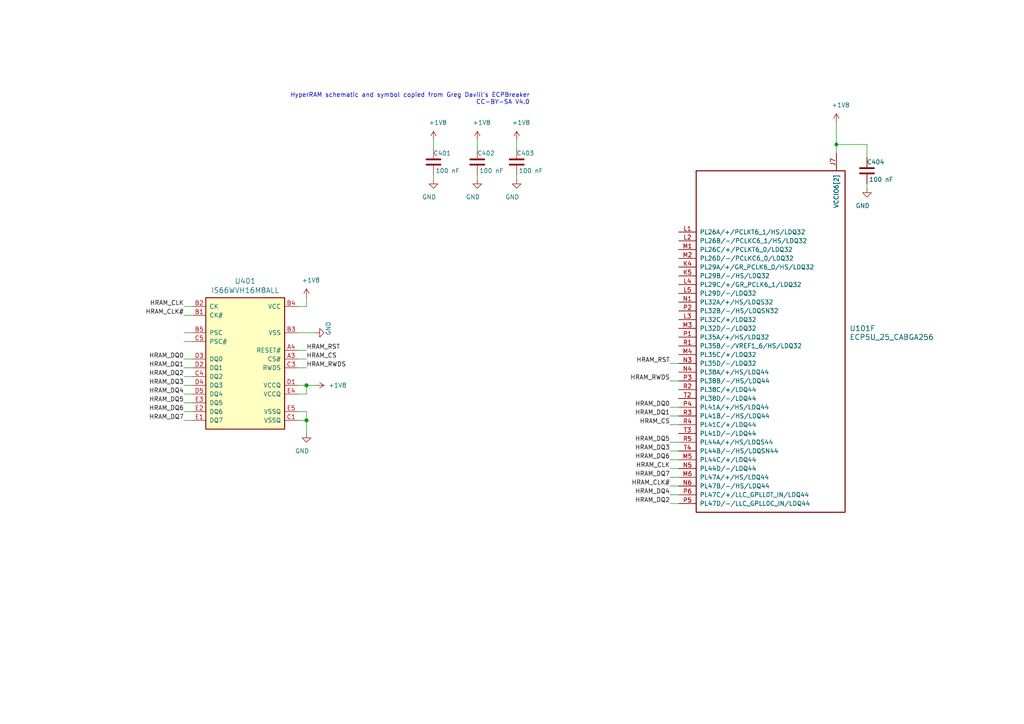
<source format=kicad_sch>
(kicad_sch (version 20201015) (generator eeschema)
  (paper "A4")
  (lib_symbols
    (symbol "Device:C" (pin_numbers hide) (pin_names (offset 0.254))
      (property "Reference" "C" (at 0.635 2.54 0))
      (property "Value" "C" (at 0.635 -2.54 0))
      (symbol "C_0_1"
        (polyline (pts (xy -2.032 -0.762) (xy 2.032 -0.762)) (stroke (width 0.508)))
        (polyline (pts (xy -2.032 0.762) (xy 2.032 0.762)) (stroke (width 0.508)))
      )
      (symbol "C_1_1"
        (pin passive line (at 0 3.81 270) (length 2.794) (name "~") (number "1"))
        (pin passive line (at 0 -3.81 90) (length 2.794) (name "~") (number "2"))
      )
    )
    (symbol "Lattice_ECP5:ECP5U_25_CABGA256" (pin_names (offset 1.016))
      (property "Reference" "U" (at 3.81 6.35 0))
      (property "Value" "ECP5U_25_CABGA256" (at 3.81 3.81 0))
      (symbol "ECP5U_25_CABGA256_1_1"
        (rectangle (start 5.08 17.78) (end 12.7 -10.16) (stroke (width 0.3048)))
        (pin power_in line (at 7.62 -15.24 90) (length 5.08) (name "GND[27]") (number "A16"))
        (pin power_in line (at 7.62 -15.24 90) (length 5.08) (name "GND[27]") (number "H16"))
        (pin power_in line (at 7.62 -15.24 90) (length 5.08) (name "GND[27]") (number "T16"))
        (pin power_in line (at 7.62 -15.24 90) (length 5.08) (name "GND[27]") (number "D15"))
        (pin power_in line (at 7.62 -15.24 90) (length 5.08) (name "GND[27]") (number "N15"))
        (pin power_in line (at 7.62 -15.24 90) (length 5.08) (name "GND[27]") (number "T12"))
        (pin power_in line (at 7.62 -15.24 90) (length 5.08) (name "GND[27]") (number "G10"))
        (pin power_in line (at 7.62 -15.24 90) (length 5.08) (name "GND[27]") (number "H10"))
        (pin power_in line (at 7.62 -15.24 90) (length 5.08) (name "GND[27]") (number "J10"))
        (pin power_in line (at 7.62 -15.24 90) (length 5.08) (name "GND[27]") (number "K10"))
        (pin power_in line (at 7.62 -15.24 90) (length 5.08) (name "GND[27]") (number "F9"))
        (pin power_in line (at 7.62 -15.24 90) (length 5.08) (name "GND[27]") (number "H9"))
        (pin power_in line (at 7.62 -15.24 90) (length 5.08) (name "GND[27]") (number "J9"))
        (pin power_in line (at 7.62 -15.24 90) (length 5.08) (name "GND[27]") (number "K9"))
        (pin power_in line (at 7.62 -15.24 90) (length 5.08) (name "GND[27]") (number "F8"))
        (pin power_in line (at 7.62 -15.24 90) (length 5.08) (name "GND[27]") (number "G8"))
        (pin power_in line (at 7.62 -15.24 90) (length 5.08) (name "GND[27]") (number "H8"))
        (pin power_in line (at 7.62 -15.24 90) (length 5.08) (name "GND[27]") (number "J8"))
        (pin power_in line (at 7.62 -15.24 90) (length 5.08) (name "GND[27]") (number "K8"))
        (pin power_in line (at 7.62 -15.24 90) (length 5.08) (name "GND[27]") (number "K7"))
        (pin power_in line (at 7.62 -15.24 90) (length 5.08) (name "GND[27]") (number "K6"))
        (pin power_in line (at 7.62 -15.24 90) (length 5.08) (name "GND[27]") (number "T5"))
        (pin power_in line (at 7.62 -15.24 90) (length 5.08) (name "GND[27]") (number "D2"))
        (pin power_in line (at 7.62 -15.24 90) (length 5.08) (name "GND[27]") (number "N2"))
        (pin power_in line (at 7.62 -15.24 90) (length 5.08) (name "GND[27]") (number "A1"))
        (pin power_in line (at 7.62 -15.24 90) (length 5.08) (name "GND[27]") (number "H1"))
        (pin power_in line (at 7.62 -15.24 90) (length 5.08) (name "GND[27]") (number "T1"))
        (pin power_in line (at 10.16 22.86 270) (length 5.08) (name "VCC[6]") (number "L10"))
        (pin power_in line (at 10.16 22.86 270) (length 5.08) (name "VCC[6]") (number "G9"))
        (pin power_in line (at 10.16 22.86 270) (length 5.08) (name "VCC[6]") (number "L9"))
        (pin power_in line (at 10.16 22.86 270) (length 5.08) (name "VCC[6]") (number "L8"))
        (pin power_in line (at 10.16 22.86 270) (length 5.08) (name "VCC[6]") (number "G7"))
        (pin power_in line (at 10.16 22.86 270) (length 5.08) (name "VCC[6]") (number "G6"))
        (pin power_in line (at 7.62 22.86 270) (length 5.08) (name "VCCAUX[2]") (number "G11"))
        (pin power_in line (at 7.62 22.86 270) (length 5.08) (name "VCCAUX[2]") (number "L7"))
      )
      (symbol "ECP5U_25_CABGA256_2_1"
        (rectangle (start 5.08 17.78) (end 35.56 -60.96) (stroke (width 0.3048)))
        (pin bidirectional line (at 0 0 0) (length 5.08) (name "PT4A/+") (number "A2"))
        (pin bidirectional line (at 0 -2.54 0) (length 5.08) (name "PT4B/-") (number "B3"))
        (pin bidirectional line (at 0 -5.08 0) (length 5.08) (name "PT6A/+") (number "A3"))
        (pin bidirectional line (at 0 -7.62 0) (length 5.08) (name "PT6B/-") (number "A4"))
        (pin bidirectional line (at 0 -10.16 0) (length 5.08) (name "PT9A/+") (number "E4"))
        (pin bidirectional line (at 0 -12.7 0) (length 5.08) (name "PT9B/-") (number "D4"))
        (pin bidirectional line (at 0 -15.24 0) (length 5.08) (name "PT11A/+") (number "C4"))
        (pin bidirectional line (at 0 -17.78 0) (length 5.08) (name "PT11B/-") (number "B4"))
        (pin bidirectional line (at 0 -20.32 0) (length 5.08) (name "PT13A/+") (number "E5"))
        (pin bidirectional line (at 0 -22.86 0) (length 5.08) (name "PT13B/-") (number "D5"))
        (pin bidirectional line (at 0 -25.4 0) (length 5.08) (name "PT15A/+") (number "C5"))
        (pin bidirectional line (at 0 -27.94 0) (length 5.08) (name "PT15B/-") (number "B5"))
        (pin bidirectional line (at 0 -30.48 0) (length 5.08) (name "PT18A/+") (number "A5"))
        (pin bidirectional line (at 0 -33.02 0) (length 5.08) (name "PT18B/-") (number "A6"))
        (pin bidirectional line (at 0 -35.56 0) (length 5.08) (name "PT20A/+") (number "E6"))
        (pin bidirectional line (at 0 -38.1 0) (length 5.08) (name "PT20B/-") (number "D6"))
        (pin bidirectional line (at 0 -40.64 0) (length 5.08) (name "PT22A/+") (number "C6"))
        (pin bidirectional line (at 0 -43.18 0) (length 5.08) (name "PT22B/-") (number "B6"))
        (pin bidirectional line (at 0 -45.72 0) (length 5.08) (name "PT24A/+/GR_PCLK0_1") (number "E7"))
        (pin bidirectional line (at 0 -48.26 0) (length 5.08) (name "PT24B/-/GR_PCLK0_0") (number "D7"))
        (pin bidirectional line (at 0 -50.8 0) (length 5.08) (name "PT27A/+/PCLKT0_1") (number "C7"))
        (pin bidirectional line (at 0 -53.34 0) (length 5.08) (name "PT27B/-/PCLKC0_1") (number "B7"))
        (pin bidirectional line (at 0 -55.88 0) (length 5.08) (name "PT29A/+/PCLKT0_0") (number "A7"))
        (pin bidirectional line (at 0 -58.42 0) (length 5.08) (name "PT29B/-/PCLKC0_0") (number "A8"))
        (pin power_in line (at 33.02 22.86 270) (length 5.08) (name "VCCIO0[2]") (number "F7"))
        (pin power_in line (at 33.02 22.86 270) (length 5.08) (name "VCCIO0[2]") (number "F6"))
      )
      (symbol "ECP5U_25_CABGA256_3_1"
        (rectangle (start 5.08 17.78) (end 35.56 -81.28) (stroke (width 0.3048)))
        (pin bidirectional line (at 0 0 0) (length 5.08) (name "PT33A/+/PCLKT1_1") (number "E8"))
        (pin bidirectional line (at 0 -2.54 0) (length 5.08) (name "PT33B/-/PCLKC1_1") (number "D8"))
        (pin bidirectional line (at 0 -5.08 0) (length 5.08) (name "PT35A/+/PCLKT1_0") (number "C8"))
        (pin bidirectional line (at 0 -7.62 0) (length 5.08) (name "PT35B/-/PCLKC1_0") (number "B8"))
        (pin bidirectional line (at 0 -10.16 0) (length 5.08) (name "PT38A/+/GR_PCLK1_0") (number "B9"))
        (pin bidirectional line (at 0 -12.7 0) (length 5.08) (name "PT38B/-/GR_PCLK1_1") (number "C9"))
        (pin bidirectional line (at 0 -15.24 0) (length 5.08) (name "PT40A/+") (number "D9"))
        (pin bidirectional line (at 0 -17.78 0) (length 5.08) (name "PT40B/-") (number "E9"))
        (pin bidirectional line (at 0 -20.32 0) (length 5.08) (name "PT42A/+") (number "A9"))
        (pin bidirectional line (at 0 -22.86 0) (length 5.08) (name "PT42B/-") (number "A10"))
        (pin bidirectional line (at 0 -25.4 0) (length 5.08) (name "PT44A/+") (number "B10"))
        (pin bidirectional line (at 0 -27.94 0) (length 5.08) (name "PT44B/-") (number "C10"))
        (pin bidirectional line (at 0 -30.48 0) (length 5.08) (name "PT47A/+") (number "D10"))
        (pin bidirectional line (at 0 -33.02 0) (length 5.08) (name "PT47B/-") (number "E10"))
        (pin bidirectional line (at 0 -35.56 0) (length 5.08) (name "PT49A/+") (number "B11"))
        (pin bidirectional line (at 0 -38.1 0) (length 5.08) (name "PT49B/-") (number "C11"))
        (pin bidirectional line (at 0 -40.64 0) (length 5.08) (name "PT51A/+") (number "D11"))
        (pin bidirectional line (at 0 -43.18 0) (length 5.08) (name "PT51B/-") (number "E11"))
        (pin bidirectional line (at 0 -45.72 0) (length 5.08) (name "PT53A/+") (number "A11"))
        (pin bidirectional line (at 0 -48.26 0) (length 5.08) (name "PT53B/-") (number "A12"))
        (pin bidirectional line (at 0 -50.8 0) (length 5.08) (name "PT56A/+") (number "B12"))
        (pin bidirectional line (at 0 -53.34 0) (length 5.08) (name "PT56B/-") (number "C12"))
        (pin bidirectional line (at 0 -55.88 0) (length 5.08) (name "PT58A/+") (number "D12"))
        (pin bidirectional line (at 0 -58.42 0) (length 5.08) (name "PT58B/-") (number "E12"))
        (pin bidirectional line (at 0 -60.96 0) (length 5.08) (name "PT60A/+") (number "B13"))
        (pin bidirectional line (at 0 -63.5 0) (length 5.08) (name "PT60B/-") (number "C13"))
        (pin bidirectional line (at 0 -66.04 0) (length 5.08) (name "PT62A/+") (number "D13"))
        (pin bidirectional line (at 0 -68.58 0) (length 5.08) (name "PT62B/-") (number "E13"))
        (pin bidirectional line (at 0 -71.12 0) (length 5.08) (name "PT65A/+") (number "A13"))
        (pin bidirectional line (at 0 -73.66 0) (length 5.08) (name "PT65B/-") (number "A14"))
        (pin bidirectional line (at 0 -76.2 0) (length 5.08) (name "PT67A/+") (number "B14"))
        (pin bidirectional line (at 0 -78.74 0) (length 5.08) (name "PT67B/-") (number "A15"))
        (pin power_in line (at 33.02 22.86 270) (length 5.08) (name "VCCIO1[2]") (number "F11"))
        (pin power_in line (at 33.02 22.86 270) (length 5.08) (name "VCCIO1[2]") (number "F10"))
      )
      (symbol "ECP5U_25_CABGA256_4_1"
        (rectangle (start 5.08 17.78) (end 48.26 -81.28) (stroke (width 0.3048)))
        (pin bidirectional line (at 0 0 0) (length 5.08) (name "PR2A/+/HS/RDQ8") (number "B16"))
        (pin bidirectional line (at 0 -2.54 0) (length 5.08) (name "PR2B/-/S0_IN/HS/RDQ8") (number "B15"))
        (pin bidirectional line (at 0 -5.08 0) (length 5.08) (name "PR2C/+/RDQ8") (number "C14"))
        (pin bidirectional line (at 0 -7.62 0) (length 5.08) (name "PR2D/-/RDQ8") (number "D14"))
        (pin bidirectional line (at 0 -10.16 0) (length 5.08) (name "PR5A/+/HS/RDQ8") (number "C16"))
        (pin bidirectional line (at 0 -12.7 0) (length 5.08) (name "PR5B/-/HS/RDQ8") (number "C15"))
        (pin bidirectional line (at 0 -15.24 0) (length 5.08) (name "PR5C/+/RDQ8") (number "E14"))
        (pin bidirectional line (at 0 -17.78 0) (length 5.08) (name "PR5D/-/RDQ8") (number "F14"))
        (pin bidirectional line (at 0 -20.32 0) (length 5.08) (name "PR8A/+/HS/RDQS8") (number "D16"))
        (pin bidirectional line (at 0 -22.86 0) (length 5.08) (name "PR8B/-/HS/RDQSN8") (number "E15"))
        (pin bidirectional line (at 0 -25.4 0) (length 5.08) (name "PR8C/+/RDQ8") (number "F13"))
        (pin bidirectional line (at 0 -27.94 0) (length 5.08) (name "PR8D/-/RDQ8") (number "F12"))
        (pin bidirectional line (at 0 -30.48 0) (length 5.08) (name "PR11A/+/HS/RDQ8") (number "G12"))
        (pin bidirectional line (at 0 -33.02 0) (length 5.08) (name "PR11B/-/HS/RDQ8") (number "G13"))
        (pin bidirectional line (at 0 -35.56 0) (length 5.08) (name "PR11C/+/RDQ8") (number "F15"))
        (pin bidirectional line (at 0 -38.1 0) (length 5.08) (name "PR11D/-/RDQ8") (number "E16"))
        (pin bidirectional line (at 0 -40.64 0) (length 5.08) (name "PR14A/+/HS/RDQ20") (number "F16"))
        (pin bidirectional line (at 0 -43.18 0) (length 5.08) (name "PR14B/-/HS/RDQ20") (number "G15"))
        (pin bidirectional line (at 0 -45.72 0) (length 5.08) (name "PR14C/+/VREF1_2/RDQ20") (number "G14"))
        (pin bidirectional line (at 0 -48.26 0) (length 5.08) (name "PR14D/-/RDQ20") (number "H14"))
        (pin bidirectional line (at 0 -50.8 0) (length 5.08) (name "PR17A/+/HS/RDQ20") (number "H12"))
        (pin bidirectional line (at 0 -53.34 0) (length 5.08) (name "PR17B/-/HS/RDQ20") (number "H13"))
        (pin bidirectional line (at 0 -55.88 0) (length 5.08) (name "PR17C/+/RDQ20") (number "J13"))
        (pin bidirectional line (at 0 -58.42 0) (length 5.08) (name "PR17D/-/RDQ20") (number "J12"))
        (pin bidirectional line (at 0 -60.96 0) (length 5.08) (name "PR20A/+/GR_PCLK2_1/HS/RDQS20") (number "G16"))
        (pin bidirectional line (at 0 -63.5 0) (length 5.08) (name "PR20B/-/HS/RDQSN20") (number "H15"))
        (pin bidirectional line (at 0 -66.04 0) (length 5.08) (name "PR20C/+/GR_PCLK2_0/RDQ20") (number "J14"))
        (pin bidirectional line (at 0 -68.58 0) (length 5.08) (name "PR20D/-/RDQ20") (number "K14"))
        (pin bidirectional line (at 0 -71.12 0) (length 5.08) (name "PR23A/+/PCLKT2_1/HS/RDQ20") (number "J16"))
        (pin bidirectional line (at 0 -73.66 0) (length 5.08) (name "PR23B/-/PCLKC2_1/HS/RDQ20") (number "J15"))
        (pin bidirectional line (at 0 -76.2 0) (length 5.08) (name "PR23C/+/PCLKT2_0/RDQ20") (number "K16"))
        (pin bidirectional line (at 0 -78.74 0) (length 5.08) (name "PR23D/-/PCLKC2_0/RDQ20") (number "K15"))
        (pin power_in line (at 45.72 22.86 270) (length 5.08) (name "VCCIO2[2]") (number "H11"))
        (pin power_in line (at 45.72 22.86 270) (length 5.08) (name "VCCIO2[2]") (number "J11"))
      )
      (symbol "ECP5U_25_CABGA256_5_1"
        (rectangle (start 5.08 17.78) (end 48.26 -81.28) (stroke (width 0.3048)))
        (pin bidirectional line (at 0 0 0) (length 5.08) (name "PR26A/+/PCLKT3_1/HS/RDQ32") (number "L16"))
        (pin bidirectional line (at 0 -2.54 0) (length 5.08) (name "PR26B/-/PCLKC3_1/HS/RDQ32") (number "L15"))
        (pin bidirectional line (at 0 -5.08 0) (length 5.08) (name "PR26C/+/PCLKT3_0/RDQ32") (number "M16"))
        (pin bidirectional line (at 0 -7.62 0) (length 5.08) (name "PR26D/-/PCLKC3_0/RDQ32") (number "M15"))
        (pin bidirectional line (at 0 -10.16 0) (length 5.08) (name "PR29A/+/GR_PCLK3_0/HS/RDQ32") (number "K13"))
        (pin bidirectional line (at 0 -12.7 0) (length 5.08) (name "PR29B/-/HS/RDQ32") (number "K12"))
        (pin bidirectional line (at 0 -15.24 0) (length 5.08) (name "PR29C/+/GR_PCLK3_1/RDQ32") (number "L13"))
        (pin bidirectional line (at 0 -17.78 0) (length 5.08) (name "PR29D/-/RDQ32") (number "L12"))
        (pin bidirectional line (at 0 -20.32 0) (length 5.08) (name "PR32A/+/HS/RDQS32") (number "N16"))
        (pin bidirectional line (at 0 -22.86 0) (length 5.08) (name "PR32B/-/HS/RDQSN32") (number "P15"))
        (pin bidirectional line (at 0 -25.4 0) (length 5.08) (name "PR32C/+/RDQ32") (number "L14"))
        (pin bidirectional line (at 0 -27.94 0) (length 5.08) (name "PR32D/-/RDQ32") (number "M14"))
        (pin bidirectional line (at 0 -30.48 0) (length 5.08) (name "PR35A/+/HS/RDQ32") (number "P16"))
        (pin bidirectional line (at 0 -33.02 0) (length 5.08) (name "PR35B/-/VREF1_3/HS/RDQ32") (number "R16"))
        (pin bidirectional line (at 0 -35.56 0) (length 5.08) (name "PR35C/+/RDQ32") (number "M13"))
        (pin bidirectional line (at 0 -38.1 0) (length 5.08) (name "PR35D/-/RDQ32") (number "N14"))
        (pin bidirectional line (at 0 -40.64 0) (length 5.08) (name "PR38A/+/HS/RDQ44") (number "N13"))
        (pin bidirectional line (at 0 -43.18 0) (length 5.08) (name "PR38B/-/HS/RDQ44") (number "P14"))
        (pin bidirectional line (at 0 -45.72 0) (length 5.08) (name "PR38C/+/RDQ44") (number "R15"))
        (pin bidirectional line (at 0 -48.26 0) (length 5.08) (name "PR38D/-/RDQ44") (number "T15"))
        (pin bidirectional line (at 0 -50.8 0) (length 5.08) (name "PR41A/+/HS/RDQ44") (number "P13"))
        (pin bidirectional line (at 0 -53.34 0) (length 5.08) (name "PR41B/-/HS/RDQ44") (number "R14"))
        (pin bidirectional line (at 0 -55.88 0) (length 5.08) (name "PR41C/+/RDQ44") (number "R13"))
        (pin bidirectional line (at 0 -58.42 0) (length 5.08) (name "PR41D/-/RDQ44") (number "T14"))
        (pin bidirectional line (at 0 -60.96 0) (length 5.08) (name "PR44A/+/HS/RDQS44") (number "R12"))
        (pin bidirectional line (at 0 -63.5 0) (length 5.08) (name "PR44B/-/HS/RDQSN44") (number "T13"))
        (pin bidirectional line (at 0 -66.04 0) (length 5.08) (name "PR44C/+/RDQ44") (number "M12"))
        (pin bidirectional line (at 0 -68.58 0) (length 5.08) (name "PR44D/-/RDQ44") (number "N12"))
        (pin bidirectional line (at 0 -71.12 0) (length 5.08) (name "PR47A/+/HS/RDQ44") (number "M11"))
        (pin bidirectional line (at 0 -73.66 0) (length 5.08) (name "PR47B/-/HS/RDQ44") (number "N11"))
        (pin bidirectional line (at 0 -76.2 0) (length 5.08) (name "PR47C/+/LRC_GPLL0T_IN/RDQ44") (number "P11"))
        (pin bidirectional line (at 0 -78.74 0) (length 5.08) (name "PR47D/-/LRC_GPLL0C_IN/RDQ44") (number "P12"))
        (pin power_in line (at 45.72 22.86 270) (length 5.08) (name "VCCIO3[2]") (number "K11"))
        (pin power_in line (at 45.72 22.86 270) (length 5.08) (name "VCCIO3[2]") (number "L11"))
      )
      (symbol "ECP5U_25_CABGA256_6_1"
        (rectangle (start 5.08 17.78) (end 48.26 -81.28) (stroke (width 0.3048)))
        (pin bidirectional line (at 0 0 0) (length 5.08) (name "PL26A/+/PCLKT6_1/HS/LDQ32") (number "L1"))
        (pin bidirectional line (at 0 -2.54 0) (length 5.08) (name "PL26B/-/PCLKC6_1/HS/LDQ32") (number "L2"))
        (pin bidirectional line (at 0 -5.08 0) (length 5.08) (name "PL26C/+/PCLKT6_0/LDQ32") (number "M1"))
        (pin bidirectional line (at 0 -7.62 0) (length 5.08) (name "PL26D/-/PCLKC6_0/LDQ32") (number "M2"))
        (pin bidirectional line (at 0 -10.16 0) (length 5.08) (name "PL29A/+/GR_PCLK6_0/HS/LDQ32") (number "K4"))
        (pin bidirectional line (at 0 -12.7 0) (length 5.08) (name "PL29B/-/HS/LDQ32") (number "K5"))
        (pin bidirectional line (at 0 -15.24 0) (length 5.08) (name "PL29C/+/GR_PCLK6_1/LDQ32") (number "L4"))
        (pin bidirectional line (at 0 -17.78 0) (length 5.08) (name "PL29D/-/LDQ32") (number "L5"))
        (pin bidirectional line (at 0 -20.32 0) (length 5.08) (name "PL32A/+/HS/LDQS32") (number "N1"))
        (pin bidirectional line (at 0 -22.86 0) (length 5.08) (name "PL32B/-/HS/LDQSN32") (number "P2"))
        (pin bidirectional line (at 0 -25.4 0) (length 5.08) (name "PL32C/+/LDQ32") (number "L3"))
        (pin bidirectional line (at 0 -27.94 0) (length 5.08) (name "PL32D/-/LDQ32") (number "M3"))
        (pin bidirectional line (at 0 -30.48 0) (length 5.08) (name "PL35A/+/HS/LDQ32") (number "P1"))
        (pin bidirectional line (at 0 -33.02 0) (length 5.08) (name "PL35B/-/VREF1_6/HS/LDQ32") (number "R1"))
        (pin bidirectional line (at 0 -35.56 0) (length 5.08) (name "PL35C/+/LDQ32") (number "M4"))
        (pin bidirectional line (at 0 -38.1 0) (length 5.08) (name "PL35D/-/LDQ32") (number "N3"))
        (pin bidirectional line (at 0 -40.64 0) (length 5.08) (name "PL38A/+/HS/LDQ44") (number "N4"))
        (pin bidirectional line (at 0 -43.18 0) (length 5.08) (name "PL38B/-/HS/LDQ44") (number "P3"))
        (pin bidirectional line (at 0 -45.72 0) (length 5.08) (name "PL38C/+/LDQ44") (number "R2"))
        (pin bidirectional line (at 0 -48.26 0) (length 5.08) (name "PL38D/-/LDQ44") (number "T2"))
        (pin bidirectional line (at 0 -50.8 0) (length 5.08) (name "PL41A/+/HS/LDQ44") (number "P4"))
        (pin bidirectional line (at 0 -53.34 0) (length 5.08) (name "PL41B/-/HS/LDQ44") (number "R3"))
        (pin bidirectional line (at 0 -55.88 0) (length 5.08) (name "PL41C/+/LDQ44") (number "R4"))
        (pin bidirectional line (at 0 -58.42 0) (length 5.08) (name "PL41D/-/LDQ44") (number "T3"))
        (pin bidirectional line (at 0 -60.96 0) (length 5.08) (name "PL44A/+/HS/LDQS44") (number "R5"))
        (pin bidirectional line (at 0 -63.5 0) (length 5.08) (name "PL44B/-/HS/LDQSN44") (number "T4"))
        (pin bidirectional line (at 0 -66.04 0) (length 5.08) (name "PL44C/+/LDQ44") (number "M5"))
        (pin bidirectional line (at 0 -68.58 0) (length 5.08) (name "PL44D/-/LDQ44") (number "N5"))
        (pin bidirectional line (at 0 -71.12 0) (length 5.08) (name "PL47A/+/HS/LDQ44") (number "M6"))
        (pin bidirectional line (at 0 -73.66 0) (length 5.08) (name "PL47B/-/HS/LDQ44") (number "N6"))
        (pin bidirectional line (at 0 -76.2 0) (length 5.08) (name "PL47C/+/LLC_GPLL0T_IN/LDQ44") (number "P6"))
        (pin bidirectional line (at 0 -78.74 0) (length 5.08) (name "PL47D/-/LLC_GPLL0C_IN/LDQ44") (number "P5"))
        (pin power_in line (at 45.72 22.86 270) (length 5.08) (name "VCCIO6[2]") (number "J7"))
        (pin power_in line (at 45.72 22.86 270) (length 5.08) (name "VCCIO6[2]") (number "J6"))
      )
      (symbol "ECP5U_25_CABGA256_7_1"
        (rectangle (start 5.08 17.78) (end 48.26 -81.28) (stroke (width 0.3048)))
        (pin bidirectional line (at 0 0 0) (length 5.08) (name "PL2A/+/HS/LDQ8") (number "B1"))
        (pin bidirectional line (at 0 -2.54 0) (length 5.08) (name "PL2B/-/HS/LDQ8") (number "B2"))
        (pin bidirectional line (at 0 -5.08 0) (length 5.08) (name "PL2C/+/LDQ8") (number "C3"))
        (pin bidirectional line (at 0 -7.62 0) (length 5.08) (name "PL2D/-/LDQ8") (number "D3"))
        (pin bidirectional line (at 0 -10.16 0) (length 5.08) (name "PL5A/+/HS/LDQ8") (number "C1"))
        (pin bidirectional line (at 0 -12.7 0) (length 5.08) (name "PL5B/-/HS/LDQ8") (number "C2"))
        (pin bidirectional line (at 0 -15.24 0) (length 5.08) (name "PL5C/+/LDQ8") (number "E3"))
        (pin bidirectional line (at 0 -17.78 0) (length 5.08) (name "PL5D/-/LDQ8") (number "F3"))
        (pin bidirectional line (at 0 -20.32 0) (length 5.08) (name "PL8A/+/HS/LDQS8") (number "D1"))
        (pin bidirectional line (at 0 -22.86 0) (length 5.08) (name "PL8B/-/HS/LDQSN8") (number "E2"))
        (pin bidirectional line (at 0 -25.4 0) (length 5.08) (name "PL8C/+/LDQ8") (number "F4"))
        (pin bidirectional line (at 0 -27.94 0) (length 5.08) (name "PL8D/-/LDQ8") (number "F5"))
        (pin bidirectional line (at 0 -30.48 0) (length 5.08) (name "PL11A/+/HS/LDQ8") (number "G5"))
        (pin bidirectional line (at 0 -33.02 0) (length 5.08) (name "PL11B/-/HS/LDQ8") (number "G4"))
        (pin bidirectional line (at 0 -35.56 0) (length 5.08) (name "PL11C/+/LDQ8") (number "F2"))
        (pin bidirectional line (at 0 -38.1 0) (length 5.08) (name "PL11D/-/LDQ8") (number "E1"))
        (pin bidirectional line (at 0 -40.64 0) (length 5.08) (name "PL14A/+/HS/LDQ20") (number "F1"))
        (pin bidirectional line (at 0 -43.18 0) (length 5.08) (name "PL14B/-/HS/LDQ20") (number "G2"))
        (pin bidirectional line (at 0 -45.72 0) (length 5.08) (name "PL14C/+/VREF1_7/LDQ20") (number "G3"))
        (pin bidirectional line (at 0 -48.26 0) (length 5.08) (name "PL14D/-/LDQ20") (number "H3"))
        (pin bidirectional line (at 0 -50.8 0) (length 5.08) (name "PL17A/+/HS/LDQ20") (number "H5"))
        (pin bidirectional line (at 0 -53.34 0) (length 5.08) (name "PL17B/-/HS/LDQ20") (number "H4"))
        (pin bidirectional line (at 0 -55.88 0) (length 5.08) (name "PL17C/+/LDQ20") (number "J4"))
        (pin bidirectional line (at 0 -58.42 0) (length 5.08) (name "PL17D/-/LDQ20") (number "J5"))
        (pin bidirectional line (at 0 -60.96 0) (length 5.08) (name "PL20A/+/GR_PCLK7_1/HS/LDQS20") (number "G1"))
        (pin bidirectional line (at 0 -63.5 0) (length 5.08) (name "PL20B/-/HS/LDQSN20") (number "H2"))
        (pin bidirectional line (at 0 -66.04 0) (length 5.08) (name "PL20C/+/GR_PCLK7_0/LDQ20") (number "J3"))
        (pin bidirectional line (at 0 -68.58 0) (length 5.08) (name "PL20D/-/LDQ20") (number "K3"))
        (pin bidirectional line (at 0 -71.12 0) (length 5.08) (name "PL23A/+/PCLKT7_1/HS/LDQ20") (number "J1"))
        (pin bidirectional line (at 0 -73.66 0) (length 5.08) (name "PL23B/-/PCLKC7_1/HS/LDQ20") (number "J2"))
        (pin bidirectional line (at 0 -76.2 0) (length 5.08) (name "PL23C/+/PCLKT7_0/LDQ20") (number "K1"))
        (pin bidirectional line (at 0 -78.74 0) (length 5.08) (name "PL23D/-/PCLKC7_0/LDQ20") (number "K2"))
        (pin power_in line (at 45.72 22.86 270) (length 5.08) (name "VCCIO7[2]") (number "H7"))
        (pin power_in line (at 45.72 22.86 270) (length 5.08) (name "VCCIO7[2]") (number "H6"))
      )
      (symbol "ECP5U_25_CABGA256_8_1"
        (rectangle (start 5.08 12.7) (end 53.34 -50.8) (stroke (width 0.3048)))
        (pin bidirectional line (at 0 0 0) (length 5.08) (name "CCLK/MCLK/SCK") (number "N9"))
        (pin bidirectional line (at 0 -2.54 0) (length 5.08) (name "CFG_0") (number "N10"))
        (pin bidirectional line (at 0 -5.08 0) (length 5.08) (name "CFG_1") (number "P10"))
        (pin bidirectional line (at 0 -7.62 0) (length 5.08) (name "CFG_2") (number "R10"))
        (pin bidirectional line (at 0 -10.16 0) (length 5.08) (name "DONE") (number "P9"))
        (pin bidirectional line (at 0 -12.7 0) (length 5.08) (name "INITN") (number "T9"))
        (pin bidirectional line (at 0 -15.24 0) (length 5.08) (name "PB4A/+/D7/IO7") (number "T6"))
        (pin bidirectional line (at 0 -17.78 0) (length 5.08) (name "PB4B/-/D6/IO6") (number "R6"))
        (pin bidirectional line (at 0 -20.32 0) (length 5.08) (name "PB6A/+/D5/MISO2/IO5") (number "R7"))
        (pin bidirectional line (at 0 -22.86 0) (length 5.08) (name "PB6B/-/D4/MOSI2/IO4") (number "P7"))
        (pin bidirectional line (at 0 -25.4 0) (length 5.08) (name "PB9A/+/D3/IO3") (number "N7"))
        (pin bidirectional line (at 0 -27.94 0) (length 5.08) (name "PB9B/-/D2/IO2") (number "M7"))
        (pin bidirectional line (at 0 -30.48 0) (length 5.08) (name "PB11A/+/D1/MISO/IO1") (number "T7"))
        (pin bidirectional line (at 0 -33.02 0) (length 5.08) (name "PB11B/-/D0/MOSI/IO0") (number "T8"))
        (pin bidirectional line (at 0 -35.56 0) (length 5.08) (name "PB13A/+/SN/CSN") (number "R8"))
        (pin bidirectional line (at 0 -38.1 0) (length 5.08) (name "PB13B/-/CS1N") (number "P8"))
        (pin bidirectional line (at 0 -40.64 0) (length 5.08) (name "PB15A/+/HOLDN/DI/BUSY/CSSPIN/CEN") (number "N8"))
        (pin bidirectional line (at 0 -43.18 0) (length 5.08) (name "PB15B/-/DOUT/CSON") (number "M8"))
        (pin bidirectional line (at 0 -45.72 0) (length 5.08) (name "PB18A/WRITEN") (number "M9"))
        (pin bidirectional line (at 0 -48.26 0) (length 5.08) (name "PROGRAMN") (number "R9"))
        (pin power_in line (at 50.8 17.78 270) (length 5.08) (name "VCCIO8") (number "L6"))
      )
      (symbol "ECP5U_25_CABGA256_9_1"
        (rectangle (start 5.08 2.54) (end 12.7 -10.16) (stroke (width 0.3048)))
        (pin bidirectional line (at 0 0 0) (length 5.08) (name "TCK") (number "T10"))
        (pin bidirectional line (at 0 -2.54 0) (length 5.08) (name "TDI") (number "R11"))
        (pin bidirectional line (at 0 -5.08 0) (length 5.08) (name "TDO") (number "M10"))
        (pin bidirectional line (at 0 -7.62 0) (length 5.08) (name "TMS") (number "T11"))
      )
    )
    (symbol "gsd-kicad:IS66WVH16M8ALL" (pin_names (offset 1.016))
      (property "Reference" "U" (at 0 24.13 0))
      (property "Value" "IS66WVH16M8ALL" (at 0 21.59 0))
      (symbol "IS66WVH16M8ALL_1_0"
        (rectangle (start -11.43 19.05) (end 11.43 -19.05) (stroke (width 0.3048)) (fill (type background)))
      )
      (symbol "IS66WVH16M8ALL_1_1"
        (pin input line (at 15.24 1.27 180) (length 3.81) (name "CS#") (number "A3"))
        (pin input line (at 15.24 3.81 180) (length 3.81) (name "RESET#") (number "A4"))
        (pin input line (at -15.24 13.97 0) (length 3.81) (name "CK#") (number "B1"))
        (pin input line (at -15.24 16.51 0) (length 3.81) (name "CK") (number "B2"))
        (pin input line (at 15.24 8.89 180) (length 3.81) (name "VSS") (number "B3"))
        (pin input line (at 15.24 16.51 180) (length 3.81) (name "VCC") (number "B4"))
        (pin input line (at -15.24 8.89 0) (length 3.81) (name "PSC") (number "B5"))
        (pin input line (at 15.24 -16.51 180) (length 3.81) (name "VSSQ") (number "C1"))
        (pin input line (at 15.24 -1.27 180) (length 3.81) (name "RWDS") (number "C3"))
        (pin input line (at -15.24 -3.81 0) (length 3.81) (name "DQ2") (number "C4"))
        (pin input line (at -15.24 6.35 0) (length 3.81) (name "PSC#") (number "C5"))
        (pin input line (at 15.24 -6.35 180) (length 3.81) (name "VCCQ") (number "D1"))
        (pin input line (at -15.24 -1.27 0) (length 3.81) (name "DQ1") (number "D2"))
        (pin input line (at -15.24 1.27 0) (length 3.81) (name "DQ0") (number "D3"))
        (pin input line (at -15.24 -6.35 0) (length 3.81) (name "DQ3") (number "D4"))
        (pin input line (at -15.24 -8.89 0) (length 3.81) (name "DQ4") (number "D5"))
        (pin input line (at -15.24 -16.51 0) (length 3.81) (name "DQ7") (number "E1"))
        (pin input line (at -15.24 -13.97 0) (length 3.81) (name "DQ6") (number "E2"))
        (pin input line (at -15.24 -11.43 0) (length 3.81) (name "DQ5") (number "E3"))
        (pin input line (at 15.24 -8.89 180) (length 3.81) (name "VCCQ") (number "E4"))
        (pin input line (at 15.24 -13.97 180) (length 3.81) (name "VSSQ") (number "E5"))
      )
    )
    (symbol "power:+1V8" (power) (pin_names (offset 0))
      (property "Value" "+1V8" (at 0 3.556 0))
      (symbol "+1V8_0_1"
        (polyline (pts (xy -0.762 1.27) (xy 0 2.54)))
        (polyline (pts (xy 0 0) (xy 0 2.54)))
        (polyline (pts (xy 0 2.54) (xy 0.762 1.27)))
      )
      (symbol "+1V8_1_1"
        (pin power_in line (at 0 0 90) (length 0) hide (name "+1V8") (number "1"))
      )
    )
    (symbol "power:GND" (power) (pin_names (offset 0))
      (property "Value" "GND" (at 0 -3.81 0))
      (symbol "GND_0_1"
        (polyline (pts (xy 0 0) (xy 0 -1.27) (xy 1.27 -1.27) (xy 0 -2.54) (xy -1.27 -1.27) (xy 0 -1.27)))
      )
      (symbol "GND_1_1"
        (pin power_in line (at 0 0 270) (length 0) hide (name "GND") (number "1"))
      )
    )
  )
  (junction (at 88.9 111.76) (diameter 1.016))
  (junction (at 88.9 121.92) (diameter 1.016))
  (junction (at 242.57 41.91) (diameter 0.9144))
  (wire (pts (xy 53.34 88.9) (xy 55.88 88.9)))
  (wire (pts (xy 53.34 91.44) (xy 55.88 91.44)))
  (wire (pts (xy 53.34 96.52) (xy 55.88 96.52)))
  (wire (pts (xy 53.34 99.06) (xy 55.88 99.06)))
  (wire (pts (xy 53.34 104.14) (xy 55.88 104.14)))
  (wire (pts (xy 53.34 106.68) (xy 55.88 106.68)))
  (wire (pts (xy 53.34 109.22) (xy 55.88 109.22)))
  (wire (pts (xy 53.34 111.76) (xy 55.88 111.76)))
  (wire (pts (xy 53.34 114.3) (xy 55.88 114.3)))
  (wire (pts (xy 53.34 116.84) (xy 55.88 116.84)))
  (wire (pts (xy 53.34 119.38) (xy 55.88 119.38)))
  (wire (pts (xy 53.34 121.92) (xy 55.88 121.92)))
  (wire (pts (xy 86.36 88.9) (xy 88.9 88.9)))
  (wire (pts (xy 86.36 96.52) (xy 91.44 96.52)))
  (wire (pts (xy 86.36 101.6) (xy 88.9 101.6)))
  (wire (pts (xy 86.36 104.14) (xy 88.9 104.14)))
  (wire (pts (xy 86.36 106.68) (xy 88.9 106.68)))
  (wire (pts (xy 86.36 114.3) (xy 88.9 114.3)))
  (wire (pts (xy 86.36 119.38) (xy 88.9 119.38)))
  (wire (pts (xy 86.36 121.92) (xy 88.9 121.92)))
  (wire (pts (xy 88.9 88.9) (xy 88.9 86.36)))
  (wire (pts (xy 88.9 111.76) (xy 86.36 111.76)))
  (wire (pts (xy 88.9 114.3) (xy 88.9 111.76)))
  (wire (pts (xy 88.9 119.38) (xy 88.9 121.92)))
  (wire (pts (xy 88.9 121.92) (xy 88.9 125.73)))
  (wire (pts (xy 91.44 111.76) (xy 88.9 111.76)))
  (wire (pts (xy 125.73 40.64) (xy 125.73 43.18)))
  (wire (pts (xy 125.73 50.8) (xy 125.73 52.07)))
  (wire (pts (xy 138.43 40.64) (xy 138.43 43.18)))
  (wire (pts (xy 138.43 50.8) (xy 138.43 52.07)))
  (wire (pts (xy 149.86 40.64) (xy 149.86 43.18)))
  (wire (pts (xy 149.86 50.8) (xy 149.86 52.07)))
  (wire (pts (xy 194.31 118.11) (xy 196.85 118.11)))
  (wire (pts (xy 194.31 120.65) (xy 196.85 120.65)))
  (wire (pts (xy 194.31 123.19) (xy 196.85 123.19)))
  (wire (pts (xy 194.31 130.81) (xy 196.85 130.81)))
  (wire (pts (xy 194.31 133.35) (xy 196.85 133.35)))
  (wire (pts (xy 194.31 135.89) (xy 196.85 135.89)))
  (wire (pts (xy 194.31 138.43) (xy 196.85 138.43)))
  (wire (pts (xy 194.31 140.97) (xy 196.85 140.97)))
  (wire (pts (xy 194.31 143.51) (xy 196.85 143.51)))
  (wire (pts (xy 194.31 146.05) (xy 196.85 146.05)))
  (wire (pts (xy 196.85 105.41) (xy 194.31 105.41)))
  (wire (pts (xy 196.85 110.49) (xy 194.31 110.49)))
  (wire (pts (xy 196.85 128.27) (xy 194.31 128.27)))
  (wire (pts (xy 242.57 35.56) (xy 242.57 41.91)))
  (wire (pts (xy 242.57 41.91) (xy 242.57 44.45)))
  (wire (pts (xy 242.57 41.91) (xy 251.46 41.91)))
  (wire (pts (xy 251.46 41.91) (xy 251.46 45.72)))
  (wire (pts (xy 251.46 53.34) (xy 251.46 54.61)))
  (text "HyperRAM schematic and symbol copied from Greg Davill's ECPBreaker\nCC-BY-SA V4.0" (at 153.67 30.48 0) (effects (font (size 1.27 1.27)) (justify right bottom)))
  (label "HRAM_CLK" (at 53.34 88.9 180))
  (label "HRAM_CLK#" (at 53.34 91.44 180))
  (label "HRAM_DQ0" (at 53.34 104.14 180))
  (label "HRAM_DQ1" (at 53.34 106.68 180))
  (label "HRAM_DQ2" (at 53.34 109.22 180))
  (label "HRAM_DQ3" (at 53.34 111.76 180))
  (label "HRAM_DQ4" (at 53.34 114.3 180))
  (label "HRAM_DQ5" (at 53.34 116.84 180))
  (label "HRAM_DQ6" (at 53.34 119.38 180))
  (label "HRAM_DQ7" (at 53.34 121.92 180))
  (label "HRAM_RST" (at 88.9 101.6 0))
  (label "HRAM_CS" (at 88.9 104.14 0))
  (label "HRAM_RWDS" (at 88.9 106.68 0))
  (label "HRAM_RST" (at 194.31 105.41 180))
  (label "HRAM_RWDS" (at 194.31 110.49 180))
  (label "HRAM_DQ0" (at 194.31 118.11 180))
  (label "HRAM_DQ1" (at 194.31 120.65 180))
  (label "HRAM_CS" (at 194.31 123.19 180))
  (label "HRAM_DQ5" (at 194.31 128.27 180))
  (label "HRAM_DQ3" (at 194.31 130.81 180))
  (label "HRAM_DQ6" (at 194.31 133.35 180))
  (label "HRAM_CLK" (at 194.31 135.89 180))
  (label "HRAM_DQ7" (at 194.31 138.43 180))
  (label "HRAM_CLK#" (at 194.31 140.97 180))
  (label "HRAM_DQ4" (at 194.31 143.51 180))
  (label "HRAM_DQ2" (at 194.31 146.05 180))
  (symbol (lib_id "power:+1V8") (at 88.9 86.36 0) (unit 1)
    (property "Reference" "#PWR0210" (effects hide))
    (property "Value" "+1V8" (at 90.17 81.28 0))
  )
  (symbol (lib_id "power:+1V8") (at 91.44 111.76 270) (unit 1)
    (property "Reference" "#PWR0202" (effects hide))
    (property "Value" "+1V8" (at 95.25 111.76 90) (effects (justify left)))
  )
  (symbol (lib_id "power:+1V8") (at 125.73 40.64 0) (unit 1)
    (property "Reference" "#PWR0211" (effects hide))
    (property "Value" "+1V8" (at 127 35.56 0))
  )
  (symbol (lib_id "power:+1V8") (at 138.43 40.64 0) (unit 1)
    (property "Reference" "#PWR0207" (effects hide))
    (property "Value" "+1V8" (at 139.7 35.56 0))
  )
  (symbol (lib_id "power:+1V8") (at 149.86 40.64 0) (unit 1)
    (property "Reference" "#PWR0208" (effects hide))
    (property "Value" "+1V8" (at 151.13 35.56 0))
  )
  (symbol (lib_id "power:+1V8") (at 242.57 35.56 0) (unit 1)
    (property "Reference" "#PWR0200" (effects hide))
    (property "Value" "+1V8" (at 243.84 30.48 0))
  )
  (symbol (lib_id "power:GND") (at 88.9 125.73 0) (mirror y) (unit 1)
    (property "Reference" "#PWR0203" (effects hide))
    (property "Value" "GND" (at 87.63 130.81 0))
  )
  (symbol (lib_id "power:GND") (at 91.44 96.52 90) (mirror x) (unit 1)
    (property "Reference" "#PWR0209" (effects hide))
    (property "Value" "GND" (at 95.25 95.25 0))
  )
  (symbol (lib_id "power:GND") (at 125.73 52.07 0) (mirror y) (unit 1)
    (property "Reference" "#PWR0206" (effects hide))
    (property "Value" "GND" (at 124.46 57.15 0))
  )
  (symbol (lib_id "power:GND") (at 138.43 52.07 0) (mirror y) (unit 1)
    (property "Reference" "#PWR0204" (effects hide))
    (property "Value" "GND" (at 137.16 57.15 0))
  )
  (symbol (lib_id "power:GND") (at 149.86 52.07 0) (mirror y) (unit 1)
    (property "Reference" "#PWR0205" (effects hide))
    (property "Value" "GND" (at 148.59 57.15 0))
  )
  (symbol (lib_id "power:GND") (at 251.46 54.61 0) (mirror y) (unit 1)
    (property "Reference" "#PWR0201" (effects hide))
    (property "Value" "GND" (at 250.19 59.69 0))
  )
  (symbol (lib_id "Device:C") (at 125.73 46.99 0) (mirror y) (unit 1)
    (property "Reference" "C401" (at 130.81 44.45 0) (effects (justify left)))
    (property "Value" "100 nF" (at 133.35 49.53 0) (effects (justify left)))
    (property "Footprint" "Capacitor_SMD:C_0402_1005Metric" (effects hide))
  )
  (symbol (lib_id "Device:C") (at 138.43 46.99 0) (mirror y) (unit 1)
    (property "Reference" "C402" (at 143.51 44.45 0) (effects (justify left)))
    (property "Value" "100 nF" (at 146.05 49.53 0) (effects (justify left)))
    (property "Footprint" "Capacitor_SMD:C_0402_1005Metric" (effects hide))
  )
  (symbol (lib_id "Device:C") (at 149.86 46.99 0) (mirror y) (unit 1)
    (property "Reference" "C403" (at 154.94 44.45 0) (effects (justify left)))
    (property "Value" "100 nF" (at 157.48 49.53 0) (effects (justify left)))
    (property "Footprint" "Capacitor_SMD:C_0402_1005Metric" (effects hide))
  )
  (symbol (lib_id "Device:C") (at 251.46 49.53 0) (mirror y) (unit 1)
    (property "Reference" "C404" (at 256.54 46.99 0) (effects (justify left)))
    (property "Value" "100 nF" (at 259.08 52.07 0) (effects (justify left)))
    (property "Footprint" "Capacitor_SMD:C_0402_1005Metric" (effects hide))
  )
  (symbol (lib_id "gsd-kicad:IS66WVH16M8ALL") (at 71.12 105.41 0) (unit 1)
    (property "Reference" "U401" (at 71.12 81.534 0) (effects (font (size 1.524 1.524))))
    (property "Value" "IS66WVH16M8ALL" (at 71.12 84.2264 0) (effects (font (size 1.524 1.524))))
    (property "Footprint" "gsd-footprints:BGA-24_8.0x6.0mm_Layout5x5_P0.8mm_Pad0.35mm_NSMD" (effects hide))
    (property "SN-DK" "706-1548-ND" (effects hide))
    (property "PN" "IS66WVH16M8ALL-166B1LI" (effects hide))
    (property "Mfg" "ISSI, Integrated Silicon Solution Inc" (effects hide))
  )
  (symbol (lib_id "Lattice_ECP5:ECP5U_25_CABGA256") (at 196.85 67.31 0) (unit 6)
    (property "Reference" "U101" (at 246.38 95.25 0) (effects (font (size 1.524 1.524)) (justify left)))
    (property "Value" "ECP5U_25_CABGA256" (at 246.38 97.79 0) (effects (font (size 1.524 1.524)) (justify left)))
    (property "Footprint" "Package_BGA:BGA-256_14.0x14.0mm_Layout16x16_P0.8mm_Ball0.45mm_Pad0.32mm_NSMD" (effects hide))
    (property "manf#" "ECP5U_25" (effects hide))
  )
)
</source>
